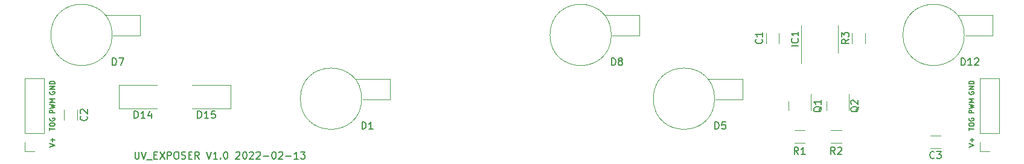
<source format=gbr>
%TF.GenerationSoftware,KiCad,Pcbnew,(6.0.1-0)*%
%TF.CreationDate,2022-02-14T10:28:33+01:00*%
%TF.ProjectId,UV_LED_stencil,55565f4c-4544-45f7-9374-656e63696c2e,V1.0*%
%TF.SameCoordinates,Original*%
%TF.FileFunction,Legend,Top*%
%TF.FilePolarity,Positive*%
%FSLAX46Y46*%
G04 Gerber Fmt 4.6, Leading zero omitted, Abs format (unit mm)*
G04 Created by KiCad (PCBNEW (6.0.1-0)) date 2022-02-14 10:28:33*
%MOMM*%
%LPD*%
G01*
G04 APERTURE LIST*
%ADD10C,0.150000*%
%ADD11C,0.120000*%
G04 APERTURE END LIST*
D10*
X33305000Y-116103333D02*
X33271666Y-116170000D01*
X33271666Y-116270000D01*
X33305000Y-116370000D01*
X33371666Y-116436666D01*
X33438333Y-116470000D01*
X33571666Y-116503333D01*
X33671666Y-116503333D01*
X33805000Y-116470000D01*
X33871666Y-116436666D01*
X33938333Y-116370000D01*
X33971666Y-116270000D01*
X33971666Y-116203333D01*
X33938333Y-116103333D01*
X33905000Y-116070000D01*
X33671666Y-116070000D01*
X33671666Y-116203333D01*
X33971666Y-115770000D02*
X33271666Y-115770000D01*
X33971666Y-115370000D01*
X33271666Y-115370000D01*
X33971666Y-115036666D02*
X33271666Y-115036666D01*
X33271666Y-114870000D01*
X33305000Y-114770000D01*
X33371666Y-114703333D01*
X33438333Y-114670000D01*
X33571666Y-114636666D01*
X33671666Y-114636666D01*
X33805000Y-114670000D01*
X33871666Y-114703333D01*
X33938333Y-114770000D01*
X33971666Y-114870000D01*
X33971666Y-115036666D01*
X33271666Y-121566666D02*
X33271666Y-121166666D01*
X33971666Y-121366666D02*
X33271666Y-121366666D01*
X33271666Y-120800000D02*
X33271666Y-120666666D01*
X33305000Y-120600000D01*
X33371666Y-120533333D01*
X33505000Y-120500000D01*
X33738333Y-120500000D01*
X33871666Y-120533333D01*
X33938333Y-120600000D01*
X33971666Y-120666666D01*
X33971666Y-120800000D01*
X33938333Y-120866666D01*
X33871666Y-120933333D01*
X33738333Y-120966666D01*
X33505000Y-120966666D01*
X33371666Y-120933333D01*
X33305000Y-120866666D01*
X33271666Y-120800000D01*
X33305000Y-119833333D02*
X33271666Y-119900000D01*
X33271666Y-120000000D01*
X33305000Y-120100000D01*
X33371666Y-120166666D01*
X33438333Y-120200000D01*
X33571666Y-120233333D01*
X33671666Y-120233333D01*
X33805000Y-120200000D01*
X33871666Y-120166666D01*
X33938333Y-120100000D01*
X33971666Y-120000000D01*
X33971666Y-119933333D01*
X33938333Y-119833333D01*
X33905000Y-119800000D01*
X33671666Y-119800000D01*
X33671666Y-119933333D01*
X33271666Y-123856666D02*
X33971666Y-123623333D01*
X33271666Y-123390000D01*
X33705000Y-123156666D02*
X33705000Y-122623333D01*
X33971666Y-122890000D02*
X33438333Y-122890000D01*
X162176666Y-121566666D02*
X162176666Y-121166666D01*
X162876666Y-121366666D02*
X162176666Y-121366666D01*
X162176666Y-120800000D02*
X162176666Y-120666666D01*
X162210000Y-120600000D01*
X162276666Y-120533333D01*
X162410000Y-120500000D01*
X162643333Y-120500000D01*
X162776666Y-120533333D01*
X162843333Y-120600000D01*
X162876666Y-120666666D01*
X162876666Y-120800000D01*
X162843333Y-120866666D01*
X162776666Y-120933333D01*
X162643333Y-120966666D01*
X162410000Y-120966666D01*
X162276666Y-120933333D01*
X162210000Y-120866666D01*
X162176666Y-120800000D01*
X162210000Y-119833333D02*
X162176666Y-119900000D01*
X162176666Y-120000000D01*
X162210000Y-120100000D01*
X162276666Y-120166666D01*
X162343333Y-120200000D01*
X162476666Y-120233333D01*
X162576666Y-120233333D01*
X162710000Y-120200000D01*
X162776666Y-120166666D01*
X162843333Y-120100000D01*
X162876666Y-120000000D01*
X162876666Y-119933333D01*
X162843333Y-119833333D01*
X162810000Y-119800000D01*
X162576666Y-119800000D01*
X162576666Y-119933333D01*
X162876666Y-119093333D02*
X162176666Y-119093333D01*
X162176666Y-118826666D01*
X162210000Y-118760000D01*
X162243333Y-118726666D01*
X162310000Y-118693333D01*
X162410000Y-118693333D01*
X162476666Y-118726666D01*
X162510000Y-118760000D01*
X162543333Y-118826666D01*
X162543333Y-119093333D01*
X162176666Y-118460000D02*
X162876666Y-118293333D01*
X162376666Y-118160000D01*
X162876666Y-118026666D01*
X162176666Y-117860000D01*
X162876666Y-117593333D02*
X162176666Y-117593333D01*
X162676666Y-117360000D01*
X162176666Y-117126666D01*
X162876666Y-117126666D01*
X162210000Y-116103333D02*
X162176666Y-116170000D01*
X162176666Y-116270000D01*
X162210000Y-116370000D01*
X162276666Y-116436666D01*
X162343333Y-116470000D01*
X162476666Y-116503333D01*
X162576666Y-116503333D01*
X162710000Y-116470000D01*
X162776666Y-116436666D01*
X162843333Y-116370000D01*
X162876666Y-116270000D01*
X162876666Y-116203333D01*
X162843333Y-116103333D01*
X162810000Y-116070000D01*
X162576666Y-116070000D01*
X162576666Y-116203333D01*
X162876666Y-115770000D02*
X162176666Y-115770000D01*
X162876666Y-115370000D01*
X162176666Y-115370000D01*
X162876666Y-115036666D02*
X162176666Y-115036666D01*
X162176666Y-114870000D01*
X162210000Y-114770000D01*
X162276666Y-114703333D01*
X162343333Y-114670000D01*
X162476666Y-114636666D01*
X162576666Y-114636666D01*
X162710000Y-114670000D01*
X162776666Y-114703333D01*
X162843333Y-114770000D01*
X162876666Y-114870000D01*
X162876666Y-115036666D01*
X162176666Y-123856666D02*
X162876666Y-123623333D01*
X162176666Y-123390000D01*
X162610000Y-123156666D02*
X162610000Y-122623333D01*
X162876666Y-122890000D02*
X162343333Y-122890000D01*
X33971666Y-119093333D02*
X33271666Y-119093333D01*
X33271666Y-118826666D01*
X33305000Y-118760000D01*
X33338333Y-118726666D01*
X33405000Y-118693333D01*
X33505000Y-118693333D01*
X33571666Y-118726666D01*
X33605000Y-118760000D01*
X33638333Y-118826666D01*
X33638333Y-119093333D01*
X33271666Y-118460000D02*
X33971666Y-118293333D01*
X33471666Y-118160000D01*
X33971666Y-118026666D01*
X33271666Y-117860000D01*
X33971666Y-117593333D02*
X33271666Y-117593333D01*
X33771666Y-117360000D01*
X33271666Y-117126666D01*
X33971666Y-117126666D01*
X45245238Y-124547380D02*
X45245238Y-125356904D01*
X45292857Y-125452142D01*
X45340476Y-125499761D01*
X45435714Y-125547380D01*
X45626190Y-125547380D01*
X45721428Y-125499761D01*
X45769047Y-125452142D01*
X45816666Y-125356904D01*
X45816666Y-124547380D01*
X46150000Y-124547380D02*
X46483333Y-125547380D01*
X46816666Y-124547380D01*
X46911904Y-125642619D02*
X47673809Y-125642619D01*
X47911904Y-125023571D02*
X48245238Y-125023571D01*
X48388095Y-125547380D02*
X47911904Y-125547380D01*
X47911904Y-124547380D01*
X48388095Y-124547380D01*
X48721428Y-124547380D02*
X49388095Y-125547380D01*
X49388095Y-124547380D02*
X48721428Y-125547380D01*
X49769047Y-125547380D02*
X49769047Y-124547380D01*
X50150000Y-124547380D01*
X50245238Y-124595000D01*
X50292857Y-124642619D01*
X50340476Y-124737857D01*
X50340476Y-124880714D01*
X50292857Y-124975952D01*
X50245238Y-125023571D01*
X50150000Y-125071190D01*
X49769047Y-125071190D01*
X50959523Y-124547380D02*
X51150000Y-124547380D01*
X51245238Y-124595000D01*
X51340476Y-124690238D01*
X51388095Y-124880714D01*
X51388095Y-125214047D01*
X51340476Y-125404523D01*
X51245238Y-125499761D01*
X51150000Y-125547380D01*
X50959523Y-125547380D01*
X50864285Y-125499761D01*
X50769047Y-125404523D01*
X50721428Y-125214047D01*
X50721428Y-124880714D01*
X50769047Y-124690238D01*
X50864285Y-124595000D01*
X50959523Y-124547380D01*
X51769047Y-125499761D02*
X51911904Y-125547380D01*
X52150000Y-125547380D01*
X52245238Y-125499761D01*
X52292857Y-125452142D01*
X52340476Y-125356904D01*
X52340476Y-125261666D01*
X52292857Y-125166428D01*
X52245238Y-125118809D01*
X52150000Y-125071190D01*
X51959523Y-125023571D01*
X51864285Y-124975952D01*
X51816666Y-124928333D01*
X51769047Y-124833095D01*
X51769047Y-124737857D01*
X51816666Y-124642619D01*
X51864285Y-124595000D01*
X51959523Y-124547380D01*
X52197619Y-124547380D01*
X52340476Y-124595000D01*
X52769047Y-125023571D02*
X53102380Y-125023571D01*
X53245238Y-125547380D02*
X52769047Y-125547380D01*
X52769047Y-124547380D01*
X53245238Y-124547380D01*
X54245238Y-125547380D02*
X53911904Y-125071190D01*
X53673809Y-125547380D02*
X53673809Y-124547380D01*
X54054761Y-124547380D01*
X54150000Y-124595000D01*
X54197619Y-124642619D01*
X54245238Y-124737857D01*
X54245238Y-124880714D01*
X54197619Y-124975952D01*
X54150000Y-125023571D01*
X54054761Y-125071190D01*
X53673809Y-125071190D01*
X55292857Y-124547380D02*
X55626190Y-125547380D01*
X55959523Y-124547380D01*
X56816666Y-125547380D02*
X56245238Y-125547380D01*
X56530952Y-125547380D02*
X56530952Y-124547380D01*
X56435714Y-124690238D01*
X56340476Y-124785476D01*
X56245238Y-124833095D01*
X57245238Y-125452142D02*
X57292857Y-125499761D01*
X57245238Y-125547380D01*
X57197619Y-125499761D01*
X57245238Y-125452142D01*
X57245238Y-125547380D01*
X57911904Y-124547380D02*
X58007142Y-124547380D01*
X58102380Y-124595000D01*
X58150000Y-124642619D01*
X58197619Y-124737857D01*
X58245238Y-124928333D01*
X58245238Y-125166428D01*
X58197619Y-125356904D01*
X58150000Y-125452142D01*
X58102380Y-125499761D01*
X58007142Y-125547380D01*
X57911904Y-125547380D01*
X57816666Y-125499761D01*
X57769047Y-125452142D01*
X57721428Y-125356904D01*
X57673809Y-125166428D01*
X57673809Y-124928333D01*
X57721428Y-124737857D01*
X57769047Y-124642619D01*
X57816666Y-124595000D01*
X57911904Y-124547380D01*
X59388095Y-124642619D02*
X59435714Y-124595000D01*
X59530952Y-124547380D01*
X59769047Y-124547380D01*
X59864285Y-124595000D01*
X59911904Y-124642619D01*
X59959523Y-124737857D01*
X59959523Y-124833095D01*
X59911904Y-124975952D01*
X59340476Y-125547380D01*
X59959523Y-125547380D01*
X60578571Y-124547380D02*
X60673809Y-124547380D01*
X60769047Y-124595000D01*
X60816666Y-124642619D01*
X60864285Y-124737857D01*
X60911904Y-124928333D01*
X60911904Y-125166428D01*
X60864285Y-125356904D01*
X60816666Y-125452142D01*
X60769047Y-125499761D01*
X60673809Y-125547380D01*
X60578571Y-125547380D01*
X60483333Y-125499761D01*
X60435714Y-125452142D01*
X60388095Y-125356904D01*
X60340476Y-125166428D01*
X60340476Y-124928333D01*
X60388095Y-124737857D01*
X60435714Y-124642619D01*
X60483333Y-124595000D01*
X60578571Y-124547380D01*
X61292857Y-124642619D02*
X61340476Y-124595000D01*
X61435714Y-124547380D01*
X61673809Y-124547380D01*
X61769047Y-124595000D01*
X61816666Y-124642619D01*
X61864285Y-124737857D01*
X61864285Y-124833095D01*
X61816666Y-124975952D01*
X61245238Y-125547380D01*
X61864285Y-125547380D01*
X62245238Y-124642619D02*
X62292857Y-124595000D01*
X62388095Y-124547380D01*
X62626190Y-124547380D01*
X62721428Y-124595000D01*
X62769047Y-124642619D01*
X62816666Y-124737857D01*
X62816666Y-124833095D01*
X62769047Y-124975952D01*
X62197619Y-125547380D01*
X62816666Y-125547380D01*
X63245238Y-125166428D02*
X64007142Y-125166428D01*
X64673809Y-124547380D02*
X64769047Y-124547380D01*
X64864285Y-124595000D01*
X64911904Y-124642619D01*
X64959523Y-124737857D01*
X65007142Y-124928333D01*
X65007142Y-125166428D01*
X64959523Y-125356904D01*
X64911904Y-125452142D01*
X64864285Y-125499761D01*
X64769047Y-125547380D01*
X64673809Y-125547380D01*
X64578571Y-125499761D01*
X64530952Y-125452142D01*
X64483333Y-125356904D01*
X64435714Y-125166428D01*
X64435714Y-124928333D01*
X64483333Y-124737857D01*
X64530952Y-124642619D01*
X64578571Y-124595000D01*
X64673809Y-124547380D01*
X65388095Y-124642619D02*
X65435714Y-124595000D01*
X65530952Y-124547380D01*
X65769047Y-124547380D01*
X65864285Y-124595000D01*
X65911904Y-124642619D01*
X65959523Y-124737857D01*
X65959523Y-124833095D01*
X65911904Y-124975952D01*
X65340476Y-125547380D01*
X65959523Y-125547380D01*
X66388095Y-125166428D02*
X67150000Y-125166428D01*
X68150000Y-125547380D02*
X67578571Y-125547380D01*
X67864285Y-125547380D02*
X67864285Y-124547380D01*
X67769047Y-124690238D01*
X67673809Y-124785476D01*
X67578571Y-124833095D01*
X68483333Y-124547380D02*
X69102380Y-124547380D01*
X68769047Y-124928333D01*
X68911904Y-124928333D01*
X69007142Y-124975952D01*
X69054761Y-125023571D01*
X69102380Y-125118809D01*
X69102380Y-125356904D01*
X69054761Y-125452142D01*
X69007142Y-125499761D01*
X68911904Y-125547380D01*
X68626190Y-125547380D01*
X68530952Y-125499761D01*
X68483333Y-125452142D01*
%TO.C,D5*%
X126561904Y-121356380D02*
X126561904Y-120356380D01*
X126800000Y-120356380D01*
X126942857Y-120404000D01*
X127038095Y-120499238D01*
X127085714Y-120594476D01*
X127133333Y-120784952D01*
X127133333Y-120927809D01*
X127085714Y-121118285D01*
X127038095Y-121213523D01*
X126942857Y-121308761D01*
X126800000Y-121356380D01*
X126561904Y-121356380D01*
X128038095Y-120356380D02*
X127561904Y-120356380D01*
X127514285Y-120832571D01*
X127561904Y-120784952D01*
X127657142Y-120737333D01*
X127895238Y-120737333D01*
X127990476Y-120784952D01*
X128038095Y-120832571D01*
X128085714Y-120927809D01*
X128085714Y-121165904D01*
X128038095Y-121261142D01*
X127990476Y-121308761D01*
X127895238Y-121356380D01*
X127657142Y-121356380D01*
X127561904Y-121308761D01*
X127514285Y-121261142D01*
%TO.C,R3*%
X145317380Y-108751666D02*
X144841190Y-109085000D01*
X145317380Y-109323095D02*
X144317380Y-109323095D01*
X144317380Y-108942142D01*
X144365000Y-108846904D01*
X144412619Y-108799285D01*
X144507857Y-108751666D01*
X144650714Y-108751666D01*
X144745952Y-108799285D01*
X144793571Y-108846904D01*
X144841190Y-108942142D01*
X144841190Y-109323095D01*
X144317380Y-108418333D02*
X144317380Y-107799285D01*
X144698333Y-108132619D01*
X144698333Y-107989761D01*
X144745952Y-107894523D01*
X144793571Y-107846904D01*
X144888809Y-107799285D01*
X145126904Y-107799285D01*
X145222142Y-107846904D01*
X145269761Y-107894523D01*
X145317380Y-107989761D01*
X145317380Y-108275476D01*
X145269761Y-108370714D01*
X145222142Y-108418333D01*
%TO.C,R2*%
X143404833Y-124912380D02*
X143071500Y-124436190D01*
X142833404Y-124912380D02*
X142833404Y-123912380D01*
X143214357Y-123912380D01*
X143309595Y-123960000D01*
X143357214Y-124007619D01*
X143404833Y-124102857D01*
X143404833Y-124245714D01*
X143357214Y-124340952D01*
X143309595Y-124388571D01*
X143214357Y-124436190D01*
X142833404Y-124436190D01*
X143785785Y-124007619D02*
X143833404Y-123960000D01*
X143928642Y-123912380D01*
X144166738Y-123912380D01*
X144261976Y-123960000D01*
X144309595Y-124007619D01*
X144357214Y-124102857D01*
X144357214Y-124198095D01*
X144309595Y-124340952D01*
X143738166Y-124912380D01*
X144357214Y-124912380D01*
%TO.C,D1*%
X77066904Y-121356380D02*
X77066904Y-120356380D01*
X77305000Y-120356380D01*
X77447857Y-120404000D01*
X77543095Y-120499238D01*
X77590714Y-120594476D01*
X77638333Y-120784952D01*
X77638333Y-120927809D01*
X77590714Y-121118285D01*
X77543095Y-121213523D01*
X77447857Y-121308761D01*
X77305000Y-121356380D01*
X77066904Y-121356380D01*
X78590714Y-121356380D02*
X78019285Y-121356380D01*
X78305000Y-121356380D02*
X78305000Y-120356380D01*
X78209761Y-120499238D01*
X78114523Y-120594476D01*
X78019285Y-120642095D01*
%TO.C,IC1*%
X138276380Y-109688190D02*
X137276380Y-109688190D01*
X138181142Y-108640571D02*
X138228761Y-108688190D01*
X138276380Y-108831047D01*
X138276380Y-108926285D01*
X138228761Y-109069142D01*
X138133523Y-109164380D01*
X138038285Y-109212000D01*
X137847809Y-109259619D01*
X137704952Y-109259619D01*
X137514476Y-109212000D01*
X137419238Y-109164380D01*
X137324000Y-109069142D01*
X137276380Y-108926285D01*
X137276380Y-108831047D01*
X137324000Y-108688190D01*
X137371619Y-108640571D01*
X138276380Y-107688190D02*
X138276380Y-108259619D01*
X138276380Y-107973904D02*
X137276380Y-107973904D01*
X137419238Y-108069142D01*
X137514476Y-108164380D01*
X137562095Y-108259619D01*
%TO.C,Q2*%
X146711619Y-118205238D02*
X146664000Y-118300476D01*
X146568761Y-118395714D01*
X146425904Y-118538571D01*
X146378285Y-118633809D01*
X146378285Y-118729047D01*
X146616380Y-118681428D02*
X146568761Y-118776666D01*
X146473523Y-118871904D01*
X146283047Y-118919523D01*
X145949714Y-118919523D01*
X145759238Y-118871904D01*
X145664000Y-118776666D01*
X145616380Y-118681428D01*
X145616380Y-118490952D01*
X145664000Y-118395714D01*
X145759238Y-118300476D01*
X145949714Y-118252857D01*
X146283047Y-118252857D01*
X146473523Y-118300476D01*
X146568761Y-118395714D01*
X146616380Y-118490952D01*
X146616380Y-118681428D01*
X145711619Y-117871904D02*
X145664000Y-117824285D01*
X145616380Y-117729047D01*
X145616380Y-117490952D01*
X145664000Y-117395714D01*
X145711619Y-117348095D01*
X145806857Y-117300476D01*
X145902095Y-117300476D01*
X146044952Y-117348095D01*
X146616380Y-117919523D01*
X146616380Y-117300476D01*
%TO.C,D14*%
X45140714Y-119832380D02*
X45140714Y-118832380D01*
X45378809Y-118832380D01*
X45521666Y-118880000D01*
X45616904Y-118975238D01*
X45664523Y-119070476D01*
X45712142Y-119260952D01*
X45712142Y-119403809D01*
X45664523Y-119594285D01*
X45616904Y-119689523D01*
X45521666Y-119784761D01*
X45378809Y-119832380D01*
X45140714Y-119832380D01*
X46664523Y-119832380D02*
X46093095Y-119832380D01*
X46378809Y-119832380D02*
X46378809Y-118832380D01*
X46283571Y-118975238D01*
X46188333Y-119070476D01*
X46093095Y-119118095D01*
X47521666Y-119165714D02*
X47521666Y-119832380D01*
X47283571Y-118784761D02*
X47045476Y-119499047D01*
X47664523Y-119499047D01*
%TO.C,D8*%
X112072904Y-112402380D02*
X112072904Y-111402380D01*
X112311000Y-111402380D01*
X112453857Y-111450000D01*
X112549095Y-111545238D01*
X112596714Y-111640476D01*
X112644333Y-111830952D01*
X112644333Y-111973809D01*
X112596714Y-112164285D01*
X112549095Y-112259523D01*
X112453857Y-112354761D01*
X112311000Y-112402380D01*
X112072904Y-112402380D01*
X113215761Y-111830952D02*
X113120523Y-111783333D01*
X113072904Y-111735714D01*
X113025285Y-111640476D01*
X113025285Y-111592857D01*
X113072904Y-111497619D01*
X113120523Y-111450000D01*
X113215761Y-111402380D01*
X113406238Y-111402380D01*
X113501476Y-111450000D01*
X113549095Y-111497619D01*
X113596714Y-111592857D01*
X113596714Y-111640476D01*
X113549095Y-111735714D01*
X113501476Y-111783333D01*
X113406238Y-111830952D01*
X113215761Y-111830952D01*
X113120523Y-111878571D01*
X113072904Y-111926190D01*
X113025285Y-112021428D01*
X113025285Y-112211904D01*
X113072904Y-112307142D01*
X113120523Y-112354761D01*
X113215761Y-112402380D01*
X113406238Y-112402380D01*
X113501476Y-112354761D01*
X113549095Y-112307142D01*
X113596714Y-112211904D01*
X113596714Y-112021428D01*
X113549095Y-111926190D01*
X113501476Y-111878571D01*
X113406238Y-111830952D01*
%TO.C,C3*%
X157313333Y-125397142D02*
X157265714Y-125444761D01*
X157122857Y-125492380D01*
X157027619Y-125492380D01*
X156884761Y-125444761D01*
X156789523Y-125349523D01*
X156741904Y-125254285D01*
X156694285Y-125063809D01*
X156694285Y-124920952D01*
X156741904Y-124730476D01*
X156789523Y-124635238D01*
X156884761Y-124540000D01*
X157027619Y-124492380D01*
X157122857Y-124492380D01*
X157265714Y-124540000D01*
X157313333Y-124587619D01*
X157646666Y-124492380D02*
X158265714Y-124492380D01*
X157932380Y-124873333D01*
X158075238Y-124873333D01*
X158170476Y-124920952D01*
X158218095Y-124968571D01*
X158265714Y-125063809D01*
X158265714Y-125301904D01*
X158218095Y-125397142D01*
X158170476Y-125444761D01*
X158075238Y-125492380D01*
X157789523Y-125492380D01*
X157694285Y-125444761D01*
X157646666Y-125397142D01*
%TO.C,D12*%
X161091714Y-112402380D02*
X161091714Y-111402380D01*
X161329809Y-111402380D01*
X161472666Y-111450000D01*
X161567904Y-111545238D01*
X161615523Y-111640476D01*
X161663142Y-111830952D01*
X161663142Y-111973809D01*
X161615523Y-112164285D01*
X161567904Y-112259523D01*
X161472666Y-112354761D01*
X161329809Y-112402380D01*
X161091714Y-112402380D01*
X162615523Y-112402380D02*
X162044095Y-112402380D01*
X162329809Y-112402380D02*
X162329809Y-111402380D01*
X162234571Y-111545238D01*
X162139333Y-111640476D01*
X162044095Y-111688095D01*
X162996476Y-111497619D02*
X163044095Y-111450000D01*
X163139333Y-111402380D01*
X163377428Y-111402380D01*
X163472666Y-111450000D01*
X163520285Y-111497619D01*
X163567904Y-111592857D01*
X163567904Y-111688095D01*
X163520285Y-111830952D01*
X162948857Y-112402380D01*
X163567904Y-112402380D01*
%TO.C,D7*%
X42072904Y-112402380D02*
X42072904Y-111402380D01*
X42311000Y-111402380D01*
X42453857Y-111450000D01*
X42549095Y-111545238D01*
X42596714Y-111640476D01*
X42644333Y-111830952D01*
X42644333Y-111973809D01*
X42596714Y-112164285D01*
X42549095Y-112259523D01*
X42453857Y-112354761D01*
X42311000Y-112402380D01*
X42072904Y-112402380D01*
X42977666Y-111402380D02*
X43644333Y-111402380D01*
X43215761Y-112402380D01*
%TO.C,Q1*%
X141517619Y-118205238D02*
X141470000Y-118300476D01*
X141374761Y-118395714D01*
X141231904Y-118538571D01*
X141184285Y-118633809D01*
X141184285Y-118729047D01*
X141422380Y-118681428D02*
X141374761Y-118776666D01*
X141279523Y-118871904D01*
X141089047Y-118919523D01*
X140755714Y-118919523D01*
X140565238Y-118871904D01*
X140470000Y-118776666D01*
X140422380Y-118681428D01*
X140422380Y-118490952D01*
X140470000Y-118395714D01*
X140565238Y-118300476D01*
X140755714Y-118252857D01*
X141089047Y-118252857D01*
X141279523Y-118300476D01*
X141374761Y-118395714D01*
X141422380Y-118490952D01*
X141422380Y-118681428D01*
X141422380Y-117300476D02*
X141422380Y-117871904D01*
X141422380Y-117586190D02*
X140422380Y-117586190D01*
X140565238Y-117681428D01*
X140660476Y-117776666D01*
X140708095Y-117871904D01*
%TO.C,R1*%
X138263333Y-124912380D02*
X137930000Y-124436190D01*
X137691904Y-124912380D02*
X137691904Y-123912380D01*
X138072857Y-123912380D01*
X138168095Y-123960000D01*
X138215714Y-124007619D01*
X138263333Y-124102857D01*
X138263333Y-124245714D01*
X138215714Y-124340952D01*
X138168095Y-124388571D01*
X138072857Y-124436190D01*
X137691904Y-124436190D01*
X139215714Y-124912380D02*
X138644285Y-124912380D01*
X138930000Y-124912380D02*
X138930000Y-123912380D01*
X138834761Y-124055238D01*
X138739523Y-124150476D01*
X138644285Y-124198095D01*
%TO.C,C1*%
X133127142Y-108751666D02*
X133174761Y-108799285D01*
X133222380Y-108942142D01*
X133222380Y-109037380D01*
X133174761Y-109180238D01*
X133079523Y-109275476D01*
X132984285Y-109323095D01*
X132793809Y-109370714D01*
X132650952Y-109370714D01*
X132460476Y-109323095D01*
X132365238Y-109275476D01*
X132270000Y-109180238D01*
X132222380Y-109037380D01*
X132222380Y-108942142D01*
X132270000Y-108799285D01*
X132317619Y-108751666D01*
X133222380Y-107799285D02*
X133222380Y-108370714D01*
X133222380Y-108085000D02*
X132222380Y-108085000D01*
X132365238Y-108180238D01*
X132460476Y-108275476D01*
X132508095Y-108370714D01*
%TO.C,C2*%
X38457142Y-119546666D02*
X38504761Y-119594285D01*
X38552380Y-119737142D01*
X38552380Y-119832380D01*
X38504761Y-119975238D01*
X38409523Y-120070476D01*
X38314285Y-120118095D01*
X38123809Y-120165714D01*
X37980952Y-120165714D01*
X37790476Y-120118095D01*
X37695238Y-120070476D01*
X37600000Y-119975238D01*
X37552380Y-119832380D01*
X37552380Y-119737142D01*
X37600000Y-119594285D01*
X37647619Y-119546666D01*
X37647619Y-119165714D02*
X37600000Y-119118095D01*
X37552380Y-119022857D01*
X37552380Y-118784761D01*
X37600000Y-118689523D01*
X37647619Y-118641904D01*
X37742857Y-118594285D01*
X37838095Y-118594285D01*
X37980952Y-118641904D01*
X38552380Y-119213333D01*
X38552380Y-118594285D01*
%TO.C,D15*%
X54030714Y-119832380D02*
X54030714Y-118832380D01*
X54268809Y-118832380D01*
X54411666Y-118880000D01*
X54506904Y-118975238D01*
X54554523Y-119070476D01*
X54602142Y-119260952D01*
X54602142Y-119403809D01*
X54554523Y-119594285D01*
X54506904Y-119689523D01*
X54411666Y-119784761D01*
X54268809Y-119832380D01*
X54030714Y-119832380D01*
X55554523Y-119832380D02*
X54983095Y-119832380D01*
X55268809Y-119832380D02*
X55268809Y-118832380D01*
X55173571Y-118975238D01*
X55078333Y-119070476D01*
X54983095Y-119118095D01*
X56459285Y-118832380D02*
X55983095Y-118832380D01*
X55935476Y-119308571D01*
X55983095Y-119260952D01*
X56078333Y-119213333D01*
X56316428Y-119213333D01*
X56411666Y-119260952D01*
X56459285Y-119308571D01*
X56506904Y-119403809D01*
X56506904Y-119641904D01*
X56459285Y-119737142D01*
X56411666Y-119784761D01*
X56316428Y-119832380D01*
X56078333Y-119832380D01*
X55983095Y-119784761D01*
X55935476Y-119737142D01*
D11*
%TO.C,D5*%
X130475000Y-117221000D02*
X130475000Y-114300000D01*
X130475000Y-114300000D02*
X125649000Y-114300000D01*
X126665000Y-117221000D02*
X130475000Y-117221000D01*
X126520000Y-117094000D02*
G75*
G03*
X126520000Y-117094000I-4300000J0D01*
G01*
%TO.C,R3*%
X145775000Y-109312064D02*
X145775000Y-107857936D01*
X147595000Y-109312064D02*
X147595000Y-107857936D01*
%TO.C,R2*%
X142844436Y-121518000D02*
X144298564Y-121518000D01*
X142844436Y-123338000D02*
X144298564Y-123338000D01*
%TO.C,D1*%
X77170000Y-117221000D02*
X80980000Y-117221000D01*
X80980000Y-114300000D02*
X76154000Y-114300000D01*
X80980000Y-117221000D02*
X80980000Y-114300000D01*
X77025000Y-117094000D02*
G75*
G03*
X77025000Y-117094000I-4300000J0D01*
G01*
%TO.C,IC1*%
X143784000Y-108712000D02*
X143784000Y-110662000D01*
X138664000Y-108712000D02*
X138664000Y-106762000D01*
X138664000Y-108712000D02*
X138664000Y-112162000D01*
X143784000Y-108712000D02*
X143784000Y-106762000D01*
%TO.C,Q2*%
X145324000Y-118110000D02*
X145324000Y-118760000D01*
X142204000Y-118110000D02*
X142204000Y-117460000D01*
X145324000Y-118110000D02*
X145324000Y-116435000D01*
X142204000Y-118110000D02*
X142204000Y-118760000D01*
%TO.C,D14*%
X42955000Y-118490000D02*
X48355000Y-118490000D01*
X42955000Y-115190000D02*
X42955000Y-118490000D01*
X42955000Y-115190000D02*
X48355000Y-115190000D01*
%TO.C,D8*%
X112176000Y-108267000D02*
X115986000Y-108267000D01*
X115986000Y-108267000D02*
X115986000Y-105346000D01*
X115986000Y-105346000D02*
X111160000Y-105346000D01*
X112031000Y-108140000D02*
G75*
G03*
X112031000Y-108140000I-4300000J0D01*
G01*
%TO.C,J2*%
X166405000Y-121910000D02*
X166405000Y-114230000D01*
X165075000Y-124510000D02*
X163745000Y-124510000D01*
X166405000Y-114230000D02*
X163745000Y-114230000D01*
X166405000Y-121910000D02*
X163745000Y-121910000D01*
X163745000Y-121910000D02*
X163745000Y-114230000D01*
X163745000Y-124510000D02*
X163745000Y-123180000D01*
%TO.C,C3*%
X158191252Y-124100000D02*
X156768748Y-124100000D01*
X158191252Y-122280000D02*
X156768748Y-122280000D01*
%TO.C,D12*%
X161671000Y-108267000D02*
X165481000Y-108267000D01*
X165481000Y-105346000D02*
X160655000Y-105346000D01*
X165481000Y-108267000D02*
X165481000Y-105346000D01*
X161526000Y-108140000D02*
G75*
G03*
X161526000Y-108140000I-4300000J0D01*
G01*
%TO.C,D7*%
X42176000Y-108267000D02*
X45986000Y-108267000D01*
X45986000Y-105346000D02*
X41160000Y-105346000D01*
X45986000Y-108267000D02*
X45986000Y-105346000D01*
X42031000Y-108140000D02*
G75*
G03*
X42031000Y-108140000I-4300000J0D01*
G01*
%TO.C,J1*%
X29785000Y-121910000D02*
X29785000Y-114230000D01*
X32445000Y-121910000D02*
X29785000Y-121910000D01*
X29785000Y-124510000D02*
X29785000Y-123180000D01*
X32445000Y-121910000D02*
X32445000Y-114230000D01*
X31115000Y-124510000D02*
X29785000Y-124510000D01*
X32445000Y-114230000D02*
X29785000Y-114230000D01*
%TO.C,Q1*%
X139990000Y-118110000D02*
X139990000Y-118760000D01*
X136870000Y-118110000D02*
X136870000Y-117460000D01*
X136870000Y-118110000D02*
X136870000Y-118760000D01*
X139990000Y-118110000D02*
X139990000Y-116435000D01*
%TO.C,R1*%
X139157064Y-123338000D02*
X137702936Y-123338000D01*
X139157064Y-121518000D02*
X137702936Y-121518000D01*
%TO.C,C1*%
X135530000Y-109296252D02*
X135530000Y-107873748D01*
X133710000Y-109296252D02*
X133710000Y-107873748D01*
%TO.C,C2*%
X37105000Y-120091252D02*
X37105000Y-118668748D01*
X35285000Y-120091252D02*
X35285000Y-118668748D01*
%TO.C,D15*%
X58645000Y-115190000D02*
X53245000Y-115190000D01*
X58645000Y-118490000D02*
X58645000Y-115190000D01*
X58645000Y-118490000D02*
X53245000Y-118490000D01*
%TD*%
M02*

</source>
